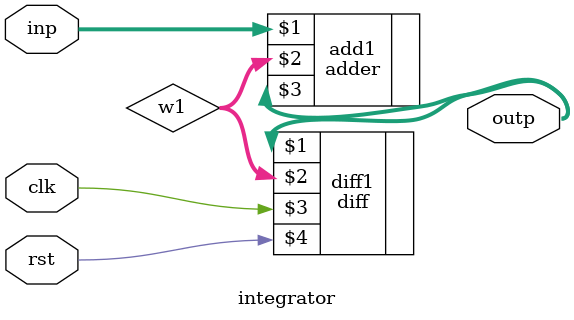
<source format=v>
`define size 31
`define full 32'hFFFF_FFFF
module integrator(inp,outp,clk,rst); 
     input [`size:0]inp; 
     input clk,rst; 
     output [`size:0]outp; 
     wire [`size:0]w1; 
     
     adder add1(inp,w1,outp); 
     
     diff diff1(outp,w1,clk,rst); 
     
endmodule 

</source>
